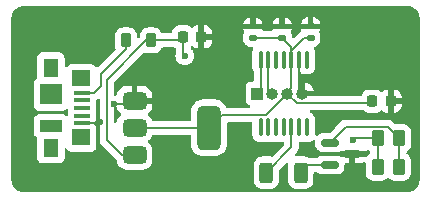
<source format=gbr>
%TF.GenerationSoftware,KiCad,Pcbnew,8.0.5*%
%TF.CreationDate,2025-01-07T00:48:21+01:00*%
%TF.ProjectId,my_Project3,6d795f50-726f-46a6-9563-74332e6b6963,rev?*%
%TF.SameCoordinates,Original*%
%TF.FileFunction,Copper,L1,Top*%
%TF.FilePolarity,Positive*%
%FSLAX46Y46*%
G04 Gerber Fmt 4.6, Leading zero omitted, Abs format (unit mm)*
G04 Created by KiCad (PCBNEW 8.0.5) date 2025-01-07 00:48:21*
%MOMM*%
%LPD*%
G01*
G04 APERTURE LIST*
G04 Aperture macros list*
%AMRoundRect*
0 Rectangle with rounded corners*
0 $1 Rounding radius*
0 $2 $3 $4 $5 $6 $7 $8 $9 X,Y pos of 4 corners*
0 Add a 4 corners polygon primitive as box body*
4,1,4,$2,$3,$4,$5,$6,$7,$8,$9,$2,$3,0*
0 Add four circle primitives for the rounded corners*
1,1,$1+$1,$2,$3*
1,1,$1+$1,$4,$5*
1,1,$1+$1,$6,$7*
1,1,$1+$1,$8,$9*
0 Add four rect primitives between the rounded corners*
20,1,$1+$1,$2,$3,$4,$5,0*
20,1,$1+$1,$4,$5,$6,$7,0*
20,1,$1+$1,$6,$7,$8,$9,0*
20,1,$1+$1,$8,$9,$2,$3,0*%
G04 Aperture macros list end*
%TA.AperFunction,ComponentPad*%
%ADD10R,1.000000X1.000000*%
%TD*%
%TA.AperFunction,ComponentPad*%
%ADD11O,1.000000X1.000000*%
%TD*%
%TA.AperFunction,SMDPad,CuDef*%
%ADD12R,1.380000X0.450000*%
%TD*%
%TA.AperFunction,SMDPad,CuDef*%
%ADD13R,1.300000X1.650000*%
%TD*%
%TA.AperFunction,SMDPad,CuDef*%
%ADD14R,1.550000X1.425000*%
%TD*%
%TA.AperFunction,SMDPad,CuDef*%
%ADD15R,1.900000X1.800000*%
%TD*%
%TA.AperFunction,SMDPad,CuDef*%
%ADD16R,1.900000X1.000000*%
%TD*%
%TA.AperFunction,SMDPad,CuDef*%
%ADD17RoundRect,0.225000X-0.225000X-0.250000X0.225000X-0.250000X0.225000X0.250000X-0.225000X0.250000X0*%
%TD*%
%TA.AperFunction,SMDPad,CuDef*%
%ADD18RoundRect,0.250000X-0.312500X-0.625000X0.312500X-0.625000X0.312500X0.625000X-0.312500X0.625000X0*%
%TD*%
%TA.AperFunction,SMDPad,CuDef*%
%ADD19RoundRect,0.150000X-0.587500X-0.150000X0.587500X-0.150000X0.587500X0.150000X-0.587500X0.150000X0*%
%TD*%
%TA.AperFunction,SMDPad,CuDef*%
%ADD20RoundRect,0.250000X-0.262500X-0.450000X0.262500X-0.450000X0.262500X0.450000X-0.262500X0.450000X0*%
%TD*%
%TA.AperFunction,SMDPad,CuDef*%
%ADD21RoundRect,0.140000X0.170000X-0.140000X0.170000X0.140000X-0.170000X0.140000X-0.170000X-0.140000X0*%
%TD*%
%TA.AperFunction,SMDPad,CuDef*%
%ADD22RoundRect,0.100000X0.100000X-0.637500X0.100000X0.637500X-0.100000X0.637500X-0.100000X-0.637500X0*%
%TD*%
%TA.AperFunction,SMDPad,CuDef*%
%ADD23RoundRect,0.218750X-0.218750X-0.381250X0.218750X-0.381250X0.218750X0.381250X-0.218750X0.381250X0*%
%TD*%
%TA.AperFunction,SMDPad,CuDef*%
%ADD24RoundRect,0.375000X-0.625000X-0.375000X0.625000X-0.375000X0.625000X0.375000X-0.625000X0.375000X0*%
%TD*%
%TA.AperFunction,SMDPad,CuDef*%
%ADD25RoundRect,0.500000X-0.500000X-1.400000X0.500000X-1.400000X0.500000X1.400000X-0.500000X1.400000X0*%
%TD*%
%TA.AperFunction,ViaPad*%
%ADD26C,0.600000*%
%TD*%
%TA.AperFunction,Conductor*%
%ADD27C,0.200000*%
%TD*%
G04 APERTURE END LIST*
D10*
%TO.P,J1,1,Pin_1*%
%TO.N,SWDCLK*%
X136180000Y-79396000D03*
D11*
%TO.P,J1,2,Pin_2*%
%TO.N,SWDIO*%
X137450000Y-79396000D03*
%TO.P,J1,3,Pin_3*%
%TO.N,+3.3V*%
X138720000Y-79396000D03*
%TO.P,J1,4,Pin_4*%
%TO.N,GND*%
X139990000Y-79396000D03*
%TD*%
D12*
%TO.P,J2,1,VBUS*%
%TO.N,Net-(J2-VBUS)*%
X121365000Y-79308500D03*
%TO.P,J2,2,D-*%
%TO.N,unconnected-(J2-D--Pad2)*%
X121365000Y-79958500D03*
%TO.P,J2,3,D+*%
%TO.N,unconnected-(J2-D+-Pad3)*%
X121365000Y-80608500D03*
%TO.P,J2,4,ID*%
%TO.N,unconnected-(J2-ID-Pad4)*%
X121365000Y-81258500D03*
%TO.P,J2,5,GND*%
%TO.N,GND*%
X121365000Y-81908500D03*
D13*
%TO.P,J2,6,Shield*%
%TO.N,unconnected-(J2-Shield-Pad6)_4*%
X118705000Y-77233500D03*
D14*
%TO.N,unconnected-(J2-Shield-Pad6)_5*%
X121280000Y-78121000D03*
D15*
%TO.N,unconnected-(J2-Shield-Pad6)_2*%
X118705000Y-79458500D03*
D16*
%TO.N,unconnected-(J2-Shield-Pad6)_3*%
X118705000Y-82158500D03*
D14*
%TO.N,unconnected-(J2-Shield-Pad6)_1*%
X121280000Y-83096000D03*
D13*
%TO.N,unconnected-(J2-Shield-Pad6)*%
X118705000Y-83983500D03*
%TD*%
D17*
%TO.P,C4,1*%
%TO.N,+5V*%
X129880000Y-74596000D03*
%TO.P,C4,2*%
%TO.N,GND*%
X131430000Y-74596000D03*
%TD*%
D18*
%TO.P,R3,1*%
%TO.N,PWM*%
X136930000Y-86096000D03*
%TO.P,R3,2*%
%TO.N,Net-(Q1-G)*%
X139855000Y-86096000D03*
%TD*%
D19*
%TO.P,Q1,1,D*%
%TO.N,Net-(Q1-D)*%
X142305000Y-83546000D03*
%TO.P,Q1,2,G*%
%TO.N,Net-(Q1-G)*%
X142305000Y-85446000D03*
%TO.P,Q1,3,S*%
%TO.N,GND*%
X144180000Y-84496000D03*
%TD*%
D17*
%TO.P,C5,1*%
%TO.N,+3.3V*%
X145915000Y-80036000D03*
%TO.P,C5,2*%
%TO.N,GND*%
X147465000Y-80036000D03*
%TD*%
D20*
%TO.P,R2,1*%
%TO.N,+5V*%
X146355000Y-85596000D03*
%TO.P,R2,2*%
%TO.N,Net-(Q1-D)*%
X148180000Y-85596000D03*
%TD*%
D21*
%TO.P,C2,1*%
%TO.N,+3.3V*%
X138280000Y-74676000D03*
%TO.P,C2,2*%
%TO.N,GND*%
X138280000Y-73716000D03*
%TD*%
%TO.P,C1,1*%
%TO.N,+3.3V*%
X135780000Y-74676000D03*
%TO.P,C1,2*%
%TO.N,GND*%
X135780000Y-73716000D03*
%TD*%
%TO.P,C3,1*%
%TO.N,+3.3V*%
X140680000Y-74676000D03*
%TO.P,C3,2*%
%TO.N,GND*%
X140680000Y-73716000D03*
%TD*%
D22*
%TO.P,U1,1,PB9*%
%TO.N,unconnected-(U1-PB9-Pad1)*%
X136463500Y-82242500D03*
%TO.P,U1,2,PC14*%
%TO.N,unconnected-(U1-PC14-Pad2)*%
X137113500Y-82242500D03*
%TO.P,U1,3,PC15*%
%TO.N,unconnected-(U1-PC15-Pad3)*%
X137763500Y-82242500D03*
%TO.P,U1,4,NRST*%
%TO.N,unconnected-(U1-NRST-Pad4)*%
X138413500Y-82242500D03*
%TO.P,U1,5,PA0*%
%TO.N,PWM*%
X139063500Y-82242500D03*
%TO.P,U1,6,PA1*%
%TO.N,unconnected-(U1-PA1-Pad6)*%
X139713500Y-82242500D03*
%TO.P,U1,7,PA4*%
%TO.N,unconnected-(U1-PA4-Pad7)*%
X140363500Y-82242500D03*
%TO.P,U1,8,PA7*%
%TO.N,unconnected-(U1-PA7-Pad8)*%
X140363500Y-76517500D03*
%TO.P,U1,9,VSS*%
%TO.N,GND*%
X139713500Y-76517500D03*
%TO.P,U1,10,VDD*%
%TO.N,+3.3V*%
X139063500Y-76517500D03*
%TO.P,U1,11,PA9*%
%TO.N,unconnected-(U1-PA9-Pad11)*%
X138413500Y-76517500D03*
%TO.P,U1,12,PA10*%
%TO.N,unconnected-(U1-PA10-Pad12)*%
X137763500Y-76517500D03*
%TO.P,U1,13,PA13*%
%TO.N,SWDIO*%
X137113500Y-76517500D03*
%TO.P,U1,14,PA14*%
%TO.N,SWDCLK*%
X136463500Y-76517500D03*
%TD*%
D20*
%TO.P,R1,1*%
%TO.N,+5V*%
X146380000Y-83196000D03*
%TO.P,R1,2*%
%TO.N,Net-(Q1-D)*%
X148205000Y-83196000D03*
%TD*%
D23*
%TO.P,FB1,1*%
%TO.N,Net-(J2-VBUS)*%
X125055000Y-74896000D03*
%TO.P,FB1,2*%
%TO.N,+5V*%
X127180000Y-74896000D03*
%TD*%
D24*
%TO.P,U2,1,GND*%
%TO.N,GND*%
X125780000Y-79996000D03*
%TO.P,U2,2,VO*%
%TO.N,+3.3V*%
X125780000Y-82296000D03*
D25*
X132080000Y-82296000D03*
D24*
%TO.P,U2,3,VI*%
%TO.N,+5V*%
X125780000Y-84596000D03*
%TD*%
D26*
%TO.N,GND*%
X122844000Y-81788000D03*
X124044000Y-80264000D03*
%TO.N,+5V*%
X144272000Y-83312000D03*
X130048000Y-76200000D03*
%TD*%
D27*
%TO.N,GND*%
X125512000Y-80264000D02*
X125780000Y-79996000D01*
X124044000Y-80264000D02*
X125512000Y-80264000D01*
X122723500Y-81908500D02*
X122844000Y-81788000D01*
X121365000Y-81908500D02*
X122723500Y-81908500D01*
%TO.N,PWM*%
X139063500Y-83962500D02*
X136930000Y-86096000D01*
X139063500Y-82242500D02*
X139063500Y-83962500D01*
%TO.N,GND*%
X139713500Y-79119500D02*
X139990000Y-79396000D01*
X139713500Y-76517500D02*
X139713500Y-79119500D01*
%TO.N,Net-(J2-VBUS)*%
X122936000Y-78740000D02*
X122367500Y-79308500D01*
X122936000Y-77724000D02*
X122936000Y-78740000D01*
X125055000Y-75605000D02*
X122936000Y-77724000D01*
X125055000Y-74896000D02*
X125055000Y-75605000D01*
X122367500Y-79308500D02*
X121365000Y-79308500D01*
%TO.N,+3.3V*%
X132080000Y-82296000D02*
X125780000Y-82296000D01*
X136911000Y-81205000D02*
X133171000Y-81205000D01*
X133171000Y-81205000D02*
X132080000Y-82296000D01*
X138720000Y-79396000D02*
X136911000Y-81205000D01*
%TO.N,SWDIO*%
X137113500Y-79059500D02*
X137450000Y-79396000D01*
X137113500Y-76517500D02*
X137113500Y-79059500D01*
%TO.N,SWDCLK*%
X136463500Y-76517500D02*
X136463500Y-79112500D01*
X136463500Y-79112500D02*
X136180000Y-79396000D01*
%TO.N,+3.3V*%
X138280000Y-74676000D02*
X135780000Y-74676000D01*
X140167501Y-74676000D02*
X140680000Y-74676000D01*
X139063500Y-75780001D02*
X140167501Y-74676000D01*
X139063500Y-76517500D02*
X139063500Y-75780001D01*
X139063500Y-75459500D02*
X138280000Y-74676000D01*
X139063500Y-76517500D02*
X139063500Y-75459500D01*
X138720000Y-79284000D02*
X139063500Y-78940500D01*
X138720000Y-79396000D02*
X138720000Y-79284000D01*
X139063500Y-78940500D02*
X139063500Y-76517500D01*
X139520000Y-80196000D02*
X138720000Y-79396000D01*
X145755000Y-80196000D02*
X139520000Y-80196000D01*
X145915000Y-80036000D02*
X145755000Y-80196000D01*
%TO.N,Net-(Q1-G)*%
X140505000Y-85446000D02*
X139855000Y-86096000D01*
X142305000Y-85446000D02*
X140505000Y-85446000D01*
%TO.N,Net-(Q1-D)*%
X143655000Y-82196000D02*
X142305000Y-83546000D01*
X147205000Y-82196000D02*
X143655000Y-82196000D01*
X148205000Y-83196000D02*
X147205000Y-82196000D01*
X148180000Y-83221000D02*
X148205000Y-83196000D01*
X148180000Y-85596000D02*
X148180000Y-83221000D01*
%TO.N,+5V*%
X146355000Y-83769000D02*
X146355000Y-85596000D01*
X146380000Y-83744000D02*
X146355000Y-83769000D01*
X146380000Y-83196000D02*
X146380000Y-83744000D01*
X144388000Y-83196000D02*
X146380000Y-83196000D01*
X144272000Y-83312000D02*
X144388000Y-83196000D01*
X129880000Y-76032000D02*
X130048000Y-76200000D01*
X129880000Y-74596000D02*
X129880000Y-76032000D01*
X124728000Y-84596000D02*
X125780000Y-84596000D01*
X123444000Y-83312000D02*
X124728000Y-84596000D01*
X123444000Y-78232000D02*
X123444000Y-83312000D01*
X126780000Y-74896000D02*
X123444000Y-78232000D01*
X127180000Y-74896000D02*
X126780000Y-74896000D01*
X129580000Y-74896000D02*
X129880000Y-74596000D01*
X127180000Y-74896000D02*
X129580000Y-74896000D01*
%TD*%
%TA.AperFunction,Conductor*%
%TO.N,GND*%
G36*
X124249703Y-80449912D02*
G01*
X124287477Y-80508690D01*
X124288835Y-80513698D01*
X124328831Y-80674523D01*
X124413390Y-80845022D01*
X124413392Y-80845025D01*
X124532630Y-80993364D01*
X124601884Y-81049031D01*
X124641803Y-81106375D01*
X124644383Y-81176197D01*
X124608805Y-81236329D01*
X124601885Y-81242326D01*
X124533610Y-81297208D01*
X124532276Y-81298280D01*
X124412969Y-81446704D01*
X124412967Y-81446707D01*
X124328360Y-81617302D01*
X124323079Y-81638539D01*
X124299541Y-81733188D01*
X124288835Y-81776236D01*
X124253552Y-81836543D01*
X124191267Y-81868201D01*
X124121753Y-81861160D01*
X124067081Y-81817654D01*
X124044609Y-81751497D01*
X124044500Y-81746309D01*
X124044500Y-80543625D01*
X124064185Y-80476586D01*
X124116989Y-80430831D01*
X124186147Y-80420887D01*
X124249703Y-80449912D01*
G37*
%TD.AperFunction*%
%TA.AperFunction,Conductor*%
G36*
X148901395Y-71976972D02*
G01*
X149062919Y-71991103D01*
X149084204Y-71994855D01*
X149235587Y-72035419D01*
X149255885Y-72042807D01*
X149375564Y-72098614D01*
X149397915Y-72109037D01*
X149416634Y-72119844D01*
X149545010Y-72209734D01*
X149561567Y-72223628D01*
X149672371Y-72334432D01*
X149686265Y-72350989D01*
X149776155Y-72479365D01*
X149786962Y-72498084D01*
X149853189Y-72640107D01*
X149860582Y-72660418D01*
X149901143Y-72811794D01*
X149904896Y-72833080D01*
X149916119Y-72961357D01*
X149918097Y-72983968D01*
X149919028Y-72994603D01*
X149919500Y-73005411D01*
X149919500Y-86710588D01*
X149919028Y-86721396D01*
X149904896Y-86882919D01*
X149901143Y-86904205D01*
X149860582Y-87055581D01*
X149853189Y-87075892D01*
X149786962Y-87217915D01*
X149776155Y-87236634D01*
X149686265Y-87365010D01*
X149672371Y-87381567D01*
X149561567Y-87492371D01*
X149545010Y-87506265D01*
X149416634Y-87596155D01*
X149397915Y-87606962D01*
X149255892Y-87673189D01*
X149235581Y-87680582D01*
X149084205Y-87721143D01*
X149062919Y-87724896D01*
X148917332Y-87737633D01*
X148901394Y-87739028D01*
X148890588Y-87739500D01*
X116389412Y-87739500D01*
X116378605Y-87739028D01*
X116360754Y-87737466D01*
X116217080Y-87724896D01*
X116195794Y-87721143D01*
X116044418Y-87680582D01*
X116024107Y-87673189D01*
X115882084Y-87606962D01*
X115863365Y-87596155D01*
X115734989Y-87506265D01*
X115718432Y-87492371D01*
X115607628Y-87381567D01*
X115593734Y-87365010D01*
X115503844Y-87236634D01*
X115493037Y-87217915D01*
X115479860Y-87189657D01*
X115426807Y-87075885D01*
X115419419Y-87055587D01*
X115378855Y-86904204D01*
X115375103Y-86882918D01*
X115367542Y-86796498D01*
X115360972Y-86721395D01*
X115360500Y-86710588D01*
X115360500Y-78510635D01*
X117254500Y-78510635D01*
X117254500Y-80406370D01*
X117254501Y-80406376D01*
X117260908Y-80465983D01*
X117311202Y-80600828D01*
X117311206Y-80600835D01*
X117397452Y-80716044D01*
X117397455Y-80716047D01*
X117512664Y-80802293D01*
X117512671Y-80802297D01*
X117647517Y-80852591D01*
X117647516Y-80852591D01*
X117654444Y-80853335D01*
X117707127Y-80859000D01*
X119702872Y-80858999D01*
X119762483Y-80852591D01*
X119897331Y-80802296D01*
X119976192Y-80743260D01*
X120041652Y-80718844D01*
X120109925Y-80733695D01*
X120159331Y-80783099D01*
X120174500Y-80842525D01*
X120174500Y-80881367D01*
X120174501Y-80881378D01*
X120178679Y-80920245D01*
X120178679Y-80946750D01*
X120174500Y-80985622D01*
X120174500Y-81174470D01*
X120154815Y-81241509D01*
X120102011Y-81287264D01*
X120032853Y-81297208D01*
X119976189Y-81273737D01*
X119964238Y-81264791D01*
X119897331Y-81214704D01*
X119897329Y-81214703D01*
X119897328Y-81214702D01*
X119762482Y-81164408D01*
X119762483Y-81164408D01*
X119702883Y-81158001D01*
X119702881Y-81158000D01*
X119702873Y-81158000D01*
X119702864Y-81158000D01*
X117707129Y-81158000D01*
X117707123Y-81158001D01*
X117647516Y-81164408D01*
X117512671Y-81214702D01*
X117512664Y-81214706D01*
X117397455Y-81300952D01*
X117397452Y-81300955D01*
X117311206Y-81416164D01*
X117311202Y-81416171D01*
X117260908Y-81551017D01*
X117254501Y-81610616D01*
X117254500Y-81610635D01*
X117254500Y-82706370D01*
X117254501Y-82706376D01*
X117260908Y-82765983D01*
X117311202Y-82900828D01*
X117311206Y-82900835D01*
X117361989Y-82968671D01*
X117397454Y-83016046D01*
X117504811Y-83096414D01*
X117546682Y-83152347D01*
X117554500Y-83195680D01*
X117554500Y-84856370D01*
X117554501Y-84856376D01*
X117560908Y-84915983D01*
X117611202Y-85050828D01*
X117611206Y-85050835D01*
X117697452Y-85166044D01*
X117697455Y-85166047D01*
X117812664Y-85252293D01*
X117812671Y-85252297D01*
X117947517Y-85302591D01*
X117947516Y-85302591D01*
X117954444Y-85303335D01*
X118007127Y-85309000D01*
X119402872Y-85308999D01*
X119462483Y-85302591D01*
X119597331Y-85252296D01*
X119712546Y-85166046D01*
X119798796Y-85050831D01*
X119849091Y-84915983D01*
X119855500Y-84856373D01*
X119855499Y-84148599D01*
X119875183Y-84081563D01*
X119927987Y-84035808D01*
X119997146Y-84025864D01*
X120060702Y-84054889D01*
X120078765Y-84074290D01*
X120096417Y-84097870D01*
X120134395Y-84148602D01*
X120147455Y-84166047D01*
X120262664Y-84252293D01*
X120262671Y-84252297D01*
X120397517Y-84302591D01*
X120397516Y-84302591D01*
X120404444Y-84303335D01*
X120457127Y-84309000D01*
X122102872Y-84308999D01*
X122162483Y-84302591D01*
X122297331Y-84252296D01*
X122412546Y-84166046D01*
X122498796Y-84050831D01*
X122549091Y-83915983D01*
X122555500Y-83856373D01*
X122555499Y-82335628D01*
X122549091Y-82276017D01*
X122549090Y-82276016D01*
X122548380Y-82269404D01*
X122548381Y-82242893D01*
X122554999Y-82181342D01*
X122555000Y-82181327D01*
X122555000Y-82133500D01*
X122554948Y-82133448D01*
X122488085Y-82113815D01*
X122455859Y-82083813D01*
X122412546Y-82025954D01*
X122412544Y-82025952D01*
X122412543Y-82025951D01*
X122407773Y-82021181D01*
X122374288Y-81959858D01*
X122379272Y-81890166D01*
X122407773Y-81845819D01*
X122412542Y-81841048D01*
X122412546Y-81841046D01*
X122471812Y-81761876D01*
X122493289Y-81733188D01*
X122541105Y-81697394D01*
X122555000Y-81683500D01*
X122555000Y-81635682D01*
X122554999Y-81635664D01*
X122551068Y-81599102D01*
X122551068Y-81572594D01*
X122555500Y-81531373D01*
X122555499Y-80985628D01*
X122555499Y-80985627D01*
X122555498Y-80985611D01*
X122551320Y-80946753D01*
X122551320Y-80920245D01*
X122555500Y-80881373D01*
X122555499Y-80335628D01*
X122555499Y-80335627D01*
X122555498Y-80335611D01*
X122551320Y-80296753D01*
X122551320Y-80270247D01*
X122555500Y-80231373D01*
X122555499Y-79964947D01*
X122575183Y-79897909D01*
X122617496Y-79857562D01*
X122657501Y-79834465D01*
X122725399Y-79817993D01*
X122791426Y-79840845D01*
X122834617Y-79895766D01*
X122843500Y-79941853D01*
X122843500Y-83225330D01*
X122843499Y-83225348D01*
X122843499Y-83391054D01*
X122843498Y-83391054D01*
X122843499Y-83391057D01*
X122884423Y-83543785D01*
X122885990Y-83546499D01*
X122885991Y-83546500D01*
X122885991Y-83546501D01*
X122963477Y-83680712D01*
X122963481Y-83680717D01*
X123082349Y-83799585D01*
X123082355Y-83799590D01*
X124243139Y-84960374D01*
X124243160Y-84960397D01*
X124243181Y-84960418D01*
X124243183Y-84960422D01*
X124250717Y-84968672D01*
X124250727Y-84968684D01*
X124248642Y-84970420D01*
X124276666Y-85021741D01*
X124279180Y-85045033D01*
X124279430Y-85045025D01*
X124279501Y-85047126D01*
X124282399Y-85089886D01*
X124282399Y-85089887D01*
X124308150Y-85193431D01*
X124321542Y-85247283D01*
X124328360Y-85274696D01*
X124412967Y-85445292D01*
X124412969Y-85445295D01*
X124532277Y-85593721D01*
X124532278Y-85593722D01*
X124680704Y-85713030D01*
X124680707Y-85713032D01*
X124851302Y-85797639D01*
X124851303Y-85797639D01*
X124851307Y-85797641D01*
X125036111Y-85843600D01*
X125078877Y-85846500D01*
X126481122Y-85846499D01*
X126523889Y-85843600D01*
X126708693Y-85797641D01*
X126879296Y-85713030D01*
X127027722Y-85593722D01*
X127147030Y-85445296D01*
X127231641Y-85274693D01*
X127277600Y-85089889D01*
X127280500Y-85047123D01*
X127280499Y-84144878D01*
X127277600Y-84102111D01*
X127231641Y-83917307D01*
X127173259Y-83799590D01*
X127147032Y-83746707D01*
X127147030Y-83746704D01*
X127027722Y-83598278D01*
X127027721Y-83598277D01*
X126958514Y-83542647D01*
X126918595Y-83485304D01*
X126916015Y-83415482D01*
X126951594Y-83355349D01*
X126958514Y-83349353D01*
X126986443Y-83326903D01*
X127027722Y-83293722D01*
X127147030Y-83145296D01*
X127171274Y-83096413D01*
X127234628Y-82968671D01*
X127236535Y-82969617D01*
X127272131Y-82921590D01*
X127337478Y-82896860D01*
X127346916Y-82896500D01*
X130455501Y-82896500D01*
X130522540Y-82916185D01*
X130568295Y-82968989D01*
X130579501Y-83020500D01*
X130579501Y-83754036D01*
X130581571Y-83777330D01*
X130590113Y-83873415D01*
X130646089Y-84069045D01*
X130646090Y-84069048D01*
X130646091Y-84069049D01*
X130740302Y-84249407D01*
X130751604Y-84263268D01*
X130868890Y-84407109D01*
X130930444Y-84457299D01*
X131026593Y-84535698D01*
X131206951Y-84629909D01*
X131402582Y-84685886D01*
X131521963Y-84696500D01*
X132638036Y-84696499D01*
X132757418Y-84685886D01*
X132953049Y-84629909D01*
X133133407Y-84535698D01*
X133291109Y-84407109D01*
X133419698Y-84249407D01*
X133513909Y-84069049D01*
X133569886Y-83873418D01*
X133580500Y-83754037D01*
X133580499Y-81929499D01*
X133600184Y-81862461D01*
X133652987Y-81816706D01*
X133704499Y-81805500D01*
X135639000Y-81805500D01*
X135706039Y-81825185D01*
X135751794Y-81877989D01*
X135763000Y-81929500D01*
X135763000Y-82919363D01*
X135778453Y-83036753D01*
X135778456Y-83036762D01*
X135838964Y-83182841D01*
X135935218Y-83308282D01*
X136060659Y-83404536D01*
X136206738Y-83465044D01*
X136324139Y-83480500D01*
X136602860Y-83480499D01*
X136602861Y-83480499D01*
X136615094Y-83478888D01*
X136720262Y-83465044D01*
X136741045Y-83456434D01*
X136810514Y-83448965D01*
X136835953Y-83456434D01*
X136856738Y-83465044D01*
X136974139Y-83480500D01*
X137252860Y-83480499D01*
X137252861Y-83480499D01*
X137265094Y-83478888D01*
X137370262Y-83465044D01*
X137391045Y-83456434D01*
X137460514Y-83448965D01*
X137485953Y-83456434D01*
X137506738Y-83465044D01*
X137624139Y-83480500D01*
X137902860Y-83480499D01*
X137902861Y-83480499D01*
X137915094Y-83478888D01*
X138020262Y-83465044D01*
X138041045Y-83456434D01*
X138110514Y-83448965D01*
X138135953Y-83456434D01*
X138156738Y-83465044D01*
X138274139Y-83480500D01*
X138339000Y-83480499D01*
X138406038Y-83500183D01*
X138451794Y-83552986D01*
X138463000Y-83604499D01*
X138463000Y-83662401D01*
X138443315Y-83729440D01*
X138426681Y-83750082D01*
X137482749Y-84694013D01*
X137421426Y-84727498D01*
X137382465Y-84729690D01*
X137292510Y-84720500D01*
X136567498Y-84720500D01*
X136567480Y-84720501D01*
X136464703Y-84731000D01*
X136464700Y-84731001D01*
X136298168Y-84786185D01*
X136298163Y-84786187D01*
X136148842Y-84878289D01*
X136024789Y-85002342D01*
X135932687Y-85151663D01*
X135932685Y-85151668D01*
X135918846Y-85193431D01*
X135877501Y-85318203D01*
X135877501Y-85318204D01*
X135877500Y-85318204D01*
X135867000Y-85420983D01*
X135867000Y-86771001D01*
X135867001Y-86771018D01*
X135877500Y-86873796D01*
X135877501Y-86873799D01*
X135932685Y-87040331D01*
X135932687Y-87040336D01*
X135954618Y-87075892D01*
X136024788Y-87189656D01*
X136148844Y-87313712D01*
X136298166Y-87405814D01*
X136464703Y-87460999D01*
X136567491Y-87471500D01*
X137292508Y-87471499D01*
X137292516Y-87471498D01*
X137292519Y-87471498D01*
X137348802Y-87465748D01*
X137395297Y-87460999D01*
X137561834Y-87405814D01*
X137711156Y-87313712D01*
X137835212Y-87189656D01*
X137927314Y-87040334D01*
X137982499Y-86873797D01*
X137993000Y-86771009D01*
X137992999Y-85933595D01*
X138012683Y-85866557D01*
X138029313Y-85845920D01*
X138583969Y-85291265D01*
X138645291Y-85257781D01*
X138714983Y-85262765D01*
X138770916Y-85304637D01*
X138795333Y-85370101D01*
X138795007Y-85391547D01*
X138792001Y-85420976D01*
X138792000Y-85420996D01*
X138792000Y-86771001D01*
X138792001Y-86771018D01*
X138802500Y-86873796D01*
X138802501Y-86873799D01*
X138857685Y-87040331D01*
X138857687Y-87040336D01*
X138879618Y-87075892D01*
X138949788Y-87189656D01*
X139073844Y-87313712D01*
X139223166Y-87405814D01*
X139389703Y-87460999D01*
X139492491Y-87471500D01*
X140217508Y-87471499D01*
X140217516Y-87471498D01*
X140217519Y-87471498D01*
X140273802Y-87465748D01*
X140320297Y-87460999D01*
X140486834Y-87405814D01*
X140636156Y-87313712D01*
X140760212Y-87189656D01*
X140852314Y-87040334D01*
X140907499Y-86873797D01*
X140918000Y-86771009D01*
X140917999Y-86170499D01*
X140937683Y-86103461D01*
X140990487Y-86057706D01*
X141041999Y-86046500D01*
X141196692Y-86046500D01*
X141263731Y-86066185D01*
X141284374Y-86082820D01*
X141315629Y-86114076D01*
X141315633Y-86114079D01*
X141315635Y-86114081D01*
X141457102Y-86197744D01*
X141498724Y-86209836D01*
X141614926Y-86243597D01*
X141614929Y-86243597D01*
X141614931Y-86243598D01*
X141651806Y-86246500D01*
X141651814Y-86246500D01*
X142958186Y-86246500D01*
X142958194Y-86246500D01*
X142995069Y-86243598D01*
X142995071Y-86243597D01*
X142995073Y-86243597D01*
X143036691Y-86231505D01*
X143152898Y-86197744D01*
X143294365Y-86114081D01*
X143410581Y-85997865D01*
X143494244Y-85856398D01*
X143540098Y-85698569D01*
X143543000Y-85661694D01*
X143543000Y-85420000D01*
X143562685Y-85352961D01*
X143615489Y-85307206D01*
X143667000Y-85296000D01*
X143930000Y-85296000D01*
X143930000Y-84746000D01*
X143274315Y-84746000D01*
X143211194Y-84728732D01*
X143156692Y-84696500D01*
X143152898Y-84694256D01*
X143152897Y-84694255D01*
X143152896Y-84694255D01*
X143152893Y-84694254D01*
X142995073Y-84648402D01*
X142995067Y-84648401D01*
X142958201Y-84645500D01*
X142958194Y-84645500D01*
X141651806Y-84645500D01*
X141651798Y-84645500D01*
X141614932Y-84648401D01*
X141614926Y-84648402D01*
X141457106Y-84694254D01*
X141457103Y-84694255D01*
X141315637Y-84777917D01*
X141315629Y-84777923D01*
X141284374Y-84809180D01*
X141223052Y-84842666D01*
X141196692Y-84845500D01*
X140618164Y-84845500D01*
X140553068Y-84827039D01*
X140486840Y-84786189D01*
X140486835Y-84786187D01*
X140486834Y-84786186D01*
X140320297Y-84731001D01*
X140320295Y-84731000D01*
X140217510Y-84720500D01*
X139492498Y-84720500D01*
X139492475Y-84720502D01*
X139463046Y-84723508D01*
X139394354Y-84710737D01*
X139343470Y-84662856D01*
X139326551Y-84595065D01*
X139348968Y-84528889D01*
X139362761Y-84512473D01*
X139544020Y-84331216D01*
X139623077Y-84194284D01*
X139664001Y-84041557D01*
X139664001Y-83883442D01*
X139664001Y-83875847D01*
X139664000Y-83875829D01*
X139664000Y-83604499D01*
X139683685Y-83537460D01*
X139736489Y-83491705D01*
X139788000Y-83480499D01*
X139852862Y-83480499D01*
X139875020Y-83477581D01*
X139970262Y-83465044D01*
X139991045Y-83456434D01*
X140060514Y-83448965D01*
X140085953Y-83456434D01*
X140106738Y-83465044D01*
X140224139Y-83480500D01*
X140502860Y-83480499D01*
X140502863Y-83480499D01*
X140620253Y-83465046D01*
X140620257Y-83465044D01*
X140620262Y-83465044D01*
X140766341Y-83404536D01*
X140867516Y-83326901D01*
X140932682Y-83301709D01*
X141001127Y-83315747D01*
X141051117Y-83364561D01*
X141067000Y-83425279D01*
X141067000Y-83761701D01*
X141069901Y-83798567D01*
X141069902Y-83798573D01*
X141115754Y-83956393D01*
X141115755Y-83956396D01*
X141199417Y-84097862D01*
X141199423Y-84097870D01*
X141315629Y-84214076D01*
X141315633Y-84214079D01*
X141315635Y-84214081D01*
X141457102Y-84297744D01*
X141478222Y-84303880D01*
X141614926Y-84343597D01*
X141614929Y-84343597D01*
X141614931Y-84343598D01*
X141651806Y-84346500D01*
X141651814Y-84346500D01*
X142958186Y-84346500D01*
X142958194Y-84346500D01*
X142995069Y-84343598D01*
X142995071Y-84343597D01*
X142995073Y-84343597D01*
X143061647Y-84324255D01*
X143152898Y-84297744D01*
X143211194Y-84263268D01*
X143274315Y-84246000D01*
X145414794Y-84246000D01*
X145443178Y-84215294D01*
X145503139Y-84179427D01*
X145572973Y-84181671D01*
X145621916Y-84211784D01*
X145648844Y-84238712D01*
X145695596Y-84267548D01*
X145742320Y-84319494D01*
X145754500Y-84373087D01*
X145754500Y-84403491D01*
X145734815Y-84470530D01*
X145695598Y-84509029D01*
X145623844Y-84553287D01*
X145499787Y-84677344D01*
X145493773Y-84687096D01*
X145441826Y-84733821D01*
X145388234Y-84746000D01*
X144430000Y-84746000D01*
X144430000Y-85296000D01*
X144833134Y-85296000D01*
X144833149Y-85295999D01*
X144869989Y-85293100D01*
X144869995Y-85293099D01*
X145027693Y-85247283D01*
X145027696Y-85247282D01*
X145154879Y-85172067D01*
X145222603Y-85154884D01*
X145288865Y-85177044D01*
X145332629Y-85231510D01*
X145342000Y-85278799D01*
X145342000Y-86096001D01*
X145342001Y-86096019D01*
X145352500Y-86198796D01*
X145352501Y-86198799D01*
X145368308Y-86246500D01*
X145407686Y-86365334D01*
X145499788Y-86514656D01*
X145623844Y-86638712D01*
X145773166Y-86730814D01*
X145939703Y-86785999D01*
X146042491Y-86796500D01*
X146667508Y-86796499D01*
X146667516Y-86796498D01*
X146667519Y-86796498D01*
X146723802Y-86790748D01*
X146770297Y-86785999D01*
X146936834Y-86730814D01*
X147086156Y-86638712D01*
X147179819Y-86545049D01*
X147241142Y-86511564D01*
X147310834Y-86516548D01*
X147355181Y-86545049D01*
X147448844Y-86638712D01*
X147598166Y-86730814D01*
X147764703Y-86785999D01*
X147867491Y-86796500D01*
X148492508Y-86796499D01*
X148492516Y-86796498D01*
X148492519Y-86796498D01*
X148548802Y-86790748D01*
X148595297Y-86785999D01*
X148761834Y-86730814D01*
X148911156Y-86638712D01*
X149035212Y-86514656D01*
X149127314Y-86365334D01*
X149182499Y-86198797D01*
X149193000Y-86096009D01*
X149192999Y-85095992D01*
X149192375Y-85089887D01*
X149182499Y-84993203D01*
X149182498Y-84993200D01*
X149171628Y-84960397D01*
X149127314Y-84826666D01*
X149035212Y-84677344D01*
X148911156Y-84553288D01*
X148911152Y-84553285D01*
X148839756Y-84509247D01*
X148793031Y-84457299D01*
X148781810Y-84388337D01*
X148809653Y-84324255D01*
X148839752Y-84298173D01*
X148936156Y-84238712D01*
X149060212Y-84114656D01*
X149152314Y-83965334D01*
X149207499Y-83798797D01*
X149218000Y-83696009D01*
X149217999Y-82695992D01*
X149207499Y-82593203D01*
X149152314Y-82426666D01*
X149060212Y-82277344D01*
X148936156Y-82153288D01*
X148786834Y-82061186D01*
X148620297Y-82006001D01*
X148620295Y-82006000D01*
X148517516Y-81995500D01*
X147905097Y-81995500D01*
X147838058Y-81975815D01*
X147817416Y-81959181D01*
X147692590Y-81834355D01*
X147692588Y-81834352D01*
X147573717Y-81715481D01*
X147573716Y-81715480D01*
X147486904Y-81665360D01*
X147486904Y-81665359D01*
X147486900Y-81665358D01*
X147436785Y-81636423D01*
X147284057Y-81595499D01*
X147125943Y-81595499D01*
X147118347Y-81595499D01*
X147118331Y-81595500D01*
X143734057Y-81595500D01*
X143575942Y-81595500D01*
X143423215Y-81636423D01*
X143423214Y-81636423D01*
X143423212Y-81636424D01*
X143423209Y-81636425D01*
X143373096Y-81665359D01*
X143373095Y-81665360D01*
X143340300Y-81684294D01*
X143286285Y-81715479D01*
X143286282Y-81715481D01*
X143225528Y-81776236D01*
X143174480Y-81827284D01*
X143174478Y-81827286D01*
X142724421Y-82277344D01*
X142292584Y-82709181D01*
X142231261Y-82742666D01*
X142204903Y-82745500D01*
X141651798Y-82745500D01*
X141614932Y-82748401D01*
X141614926Y-82748402D01*
X141457106Y-82794254D01*
X141457103Y-82794255D01*
X141315637Y-82877917D01*
X141315628Y-82877924D01*
X141275679Y-82917873D01*
X141214356Y-82951358D01*
X141144664Y-82946372D01*
X141088731Y-82904500D01*
X141064315Y-82839036D01*
X141063999Y-82830217D01*
X141063999Y-81565640D01*
X141063999Y-81565636D01*
X141048546Y-81448246D01*
X141048544Y-81448241D01*
X141048544Y-81448238D01*
X140988036Y-81302159D01*
X140891782Y-81176718D01*
X140766341Y-81080464D01*
X140656727Y-81035060D01*
X140602325Y-80991220D01*
X140580260Y-80924926D01*
X140597539Y-80857227D01*
X140648676Y-80809616D01*
X140704181Y-80796500D01*
X145123126Y-80796500D01*
X145190165Y-80816185D01*
X145210807Y-80832819D01*
X145236955Y-80858967D01*
X145236959Y-80858970D01*
X145381294Y-80947998D01*
X145381297Y-80947999D01*
X145381303Y-80948003D01*
X145542292Y-81001349D01*
X145641655Y-81011500D01*
X146188344Y-81011499D01*
X146188352Y-81011498D01*
X146188355Y-81011498D01*
X146266631Y-81003502D01*
X146287708Y-81001349D01*
X146448697Y-80948003D01*
X146593044Y-80858968D01*
X146602668Y-80849343D01*
X146663987Y-80815856D01*
X146733679Y-80820835D01*
X146778034Y-80849339D01*
X146787267Y-80858572D01*
X146787271Y-80858575D01*
X146931507Y-80947542D01*
X146931518Y-80947547D01*
X147092393Y-81000855D01*
X147191683Y-81010999D01*
X147715000Y-81010999D01*
X147738308Y-81010999D01*
X147738322Y-81010998D01*
X147837607Y-81000855D01*
X147998481Y-80947547D01*
X147998492Y-80947542D01*
X148142728Y-80858575D01*
X148142732Y-80858572D01*
X148262572Y-80738732D01*
X148262575Y-80738728D01*
X148351542Y-80594492D01*
X148351547Y-80594481D01*
X148404855Y-80433606D01*
X148414999Y-80334322D01*
X148415000Y-80334309D01*
X148415000Y-80286000D01*
X147715000Y-80286000D01*
X147715000Y-81010999D01*
X147191683Y-81010999D01*
X147215000Y-81010998D01*
X147215000Y-79786000D01*
X147715000Y-79786000D01*
X148414999Y-79786000D01*
X148414999Y-79737692D01*
X148414998Y-79737677D01*
X148404855Y-79638392D01*
X148351547Y-79477518D01*
X148351542Y-79477507D01*
X148262575Y-79333271D01*
X148262572Y-79333267D01*
X148142732Y-79213427D01*
X148142728Y-79213424D01*
X147998492Y-79124457D01*
X147998481Y-79124452D01*
X147837606Y-79071144D01*
X147738322Y-79061000D01*
X147715000Y-79061000D01*
X147715000Y-79786000D01*
X147215000Y-79786000D01*
X147215000Y-79060999D01*
X147191693Y-79061000D01*
X147191674Y-79061001D01*
X147092392Y-79071144D01*
X146931518Y-79124452D01*
X146931507Y-79124457D01*
X146787271Y-79213424D01*
X146787265Y-79213428D01*
X146778031Y-79222663D01*
X146716707Y-79256146D01*
X146647015Y-79251159D01*
X146602672Y-79222660D01*
X146593044Y-79213032D01*
X146593040Y-79213029D01*
X146448705Y-79124001D01*
X146448699Y-79123998D01*
X146448697Y-79123997D01*
X146448694Y-79123996D01*
X146287709Y-79070651D01*
X146188346Y-79060500D01*
X145641662Y-79060500D01*
X145641644Y-79060501D01*
X145542292Y-79070650D01*
X145542289Y-79070651D01*
X145381305Y-79123996D01*
X145381294Y-79124001D01*
X145236959Y-79213029D01*
X145236955Y-79213032D01*
X145117032Y-79332955D01*
X145117029Y-79332959D01*
X145028001Y-79477294D01*
X145027995Y-79477307D01*
X145016996Y-79510503D01*
X144977224Y-79567948D01*
X144912708Y-79594772D01*
X144899290Y-79595500D01*
X140250095Y-79595500D01*
X140292851Y-79521445D01*
X140315000Y-79438787D01*
X140315000Y-79353213D01*
X140292851Y-79270555D01*
X140250064Y-79196446D01*
X140199618Y-79146000D01*
X140240000Y-79146000D01*
X140959160Y-79146000D01*
X140959160Y-79145999D01*
X140918347Y-79011458D01*
X140825496Y-78837746D01*
X140825492Y-78837739D01*
X140700528Y-78685471D01*
X140548260Y-78560507D01*
X140548253Y-78560503D01*
X140374541Y-78467652D01*
X140240000Y-78426839D01*
X140240000Y-79146000D01*
X140199618Y-79146000D01*
X140189554Y-79135936D01*
X140115445Y-79093149D01*
X140032787Y-79071000D01*
X139947213Y-79071000D01*
X139864555Y-79093149D01*
X139790446Y-79135936D01*
X139740000Y-79186382D01*
X139740000Y-78426838D01*
X139714133Y-78407654D01*
X139672013Y-78351908D01*
X139664000Y-78308057D01*
X139664000Y-77703348D01*
X139683685Y-77636309D01*
X139736489Y-77590554D01*
X139805647Y-77580610D01*
X139863482Y-77604970D01*
X139864989Y-77606126D01*
X139906189Y-77662552D01*
X139913500Y-77704499D01*
X139913500Y-77747010D01*
X139970131Y-77739555D01*
X139990387Y-77731165D01*
X140059856Y-77723693D01*
X140085298Y-77731163D01*
X140106738Y-77740044D01*
X140224139Y-77755500D01*
X140502860Y-77755499D01*
X140502863Y-77755499D01*
X140620253Y-77740046D01*
X140620257Y-77740044D01*
X140620262Y-77740044D01*
X140766341Y-77679536D01*
X140891782Y-77583282D01*
X140988036Y-77457841D01*
X141048544Y-77311762D01*
X141064000Y-77194361D01*
X141063999Y-75840640D01*
X141063999Y-75840639D01*
X141063999Y-75840636D01*
X141048546Y-75723246D01*
X141048544Y-75723239D01*
X141048544Y-75723238D01*
X140991369Y-75585207D01*
X140983901Y-75515740D01*
X141015176Y-75453260D01*
X141071335Y-75418679D01*
X141106395Y-75408494D01*
X141245687Y-75326117D01*
X141360117Y-75211687D01*
X141442494Y-75072395D01*
X141487643Y-74916993D01*
X141490500Y-74880690D01*
X141490500Y-74471310D01*
X141487643Y-74435007D01*
X141442494Y-74279605D01*
X141430089Y-74258630D01*
X141412906Y-74190909D01*
X141430091Y-74132384D01*
X141442032Y-74112194D01*
X141484504Y-73966000D01*
X141178352Y-73966000D01*
X141115233Y-73948732D01*
X141106395Y-73943506D01*
X141106393Y-73943505D01*
X141106389Y-73943503D01*
X140950997Y-73898357D01*
X140950991Y-73898356D01*
X140914697Y-73895500D01*
X140914690Y-73895500D01*
X140445310Y-73895500D01*
X140445302Y-73895500D01*
X140409008Y-73898356D01*
X140409002Y-73898357D01*
X140253610Y-73943503D01*
X140253605Y-73943506D01*
X140244766Y-73948732D01*
X140181648Y-73966000D01*
X139875496Y-73966000D01*
X139894444Y-74031223D01*
X139894244Y-74101092D01*
X139856301Y-74159762D01*
X139837367Y-74173204D01*
X139798788Y-74195477D01*
X139798783Y-74195481D01*
X139311431Y-74682834D01*
X139250108Y-74716319D01*
X139180416Y-74711335D01*
X139136069Y-74682834D01*
X139126819Y-74673584D01*
X139093334Y-74612261D01*
X139090500Y-74585903D01*
X139090500Y-74471317D01*
X139090499Y-74471302D01*
X139090147Y-74466831D01*
X139087643Y-74435007D01*
X139042494Y-74279605D01*
X139030089Y-74258630D01*
X139012906Y-74190909D01*
X139030091Y-74132384D01*
X139042032Y-74112194D01*
X139084504Y-73966000D01*
X138778352Y-73966000D01*
X138715233Y-73948732D01*
X138706395Y-73943506D01*
X138706393Y-73943505D01*
X138706389Y-73943503D01*
X138550997Y-73898357D01*
X138550991Y-73898356D01*
X138514697Y-73895500D01*
X138514690Y-73895500D01*
X138045310Y-73895500D01*
X138045302Y-73895500D01*
X138009008Y-73898356D01*
X138009002Y-73898357D01*
X137853610Y-73943503D01*
X137853605Y-73943506D01*
X137844766Y-73948732D01*
X137781648Y-73966000D01*
X137475495Y-73966000D01*
X137461037Y-73985255D01*
X137461033Y-73986774D01*
X137423091Y-74045444D01*
X137359453Y-74074288D01*
X137342156Y-74075500D01*
X136717844Y-74075500D01*
X136650805Y-74055815D01*
X136605050Y-74003011D01*
X136603334Y-73991078D01*
X136584505Y-73966000D01*
X136278352Y-73966000D01*
X136215233Y-73948732D01*
X136206395Y-73943506D01*
X136206393Y-73943505D01*
X136206389Y-73943503D01*
X136050997Y-73898357D01*
X136050991Y-73898356D01*
X136014697Y-73895500D01*
X136014690Y-73895500D01*
X135545310Y-73895500D01*
X135545302Y-73895500D01*
X135509008Y-73898356D01*
X135509002Y-73898357D01*
X135353610Y-73943503D01*
X135353605Y-73943506D01*
X135344766Y-73948732D01*
X135281648Y-73966000D01*
X134975496Y-73966000D01*
X135017968Y-74112194D01*
X135029911Y-74132389D01*
X135047092Y-74200113D01*
X135029911Y-74258628D01*
X135017506Y-74279604D01*
X135017504Y-74279609D01*
X134972357Y-74435002D01*
X134972356Y-74435008D01*
X134969500Y-74471302D01*
X134969500Y-74880697D01*
X134972356Y-74916991D01*
X134972357Y-74916997D01*
X135017504Y-75072390D01*
X135017505Y-75072393D01*
X135099881Y-75211684D01*
X135099887Y-75211692D01*
X135214307Y-75326112D01*
X135214311Y-75326115D01*
X135214313Y-75326117D01*
X135353605Y-75408494D01*
X135388293Y-75418572D01*
X135509002Y-75453642D01*
X135509005Y-75453642D01*
X135509007Y-75453643D01*
X135545310Y-75456500D01*
X135703363Y-75456500D01*
X135770402Y-75476185D01*
X135816157Y-75528989D01*
X135826101Y-75598147D01*
X135817924Y-75627952D01*
X135778457Y-75723234D01*
X135778455Y-75723239D01*
X135763001Y-75840629D01*
X135763001Y-75840636D01*
X135763000Y-75840645D01*
X135763000Y-77194363D01*
X135778453Y-77311753D01*
X135778457Y-77311765D01*
X135838961Y-77457836D01*
X135843026Y-77464876D01*
X135841283Y-77465882D01*
X135862569Y-77520932D01*
X135863000Y-77531257D01*
X135863000Y-78271500D01*
X135843315Y-78338539D01*
X135790511Y-78384294D01*
X135739001Y-78395500D01*
X135632130Y-78395500D01*
X135632123Y-78395501D01*
X135572516Y-78401908D01*
X135437671Y-78452202D01*
X135437664Y-78452206D01*
X135322455Y-78538452D01*
X135322452Y-78538455D01*
X135236206Y-78653664D01*
X135236202Y-78653671D01*
X135185908Y-78788517D01*
X135179501Y-78848116D01*
X135179500Y-78848135D01*
X135179500Y-79943870D01*
X135179501Y-79943876D01*
X135185908Y-80003483D01*
X135236202Y-80138328D01*
X135236206Y-80138335D01*
X135322452Y-80253544D01*
X135322455Y-80253547D01*
X135437664Y-80339793D01*
X135437671Y-80339797D01*
X135503415Y-80364318D01*
X135559349Y-80406189D01*
X135583766Y-80471653D01*
X135568915Y-80539926D01*
X135519509Y-80589332D01*
X135460082Y-80604500D01*
X133630479Y-80604500D01*
X133563440Y-80584815D01*
X133517685Y-80532011D01*
X133515329Y-80526506D01*
X133513911Y-80522958D01*
X133513909Y-80522951D01*
X133419698Y-80342593D01*
X133395958Y-80313479D01*
X133291109Y-80184890D01*
X133133409Y-80056304D01*
X133133410Y-80056304D01*
X133133407Y-80056302D01*
X132953049Y-79962091D01*
X132953048Y-79962090D01*
X132953045Y-79962089D01*
X132835829Y-79928550D01*
X132757418Y-79906114D01*
X132757415Y-79906113D01*
X132757413Y-79906113D01*
X132691102Y-79900217D01*
X132638037Y-79895500D01*
X132638032Y-79895500D01*
X131521971Y-79895500D01*
X131521965Y-79895500D01*
X131521964Y-79895501D01*
X131510316Y-79896536D01*
X131402584Y-79906113D01*
X131206954Y-79962089D01*
X131127710Y-80003483D01*
X131026593Y-80056302D01*
X131026591Y-80056303D01*
X131026590Y-80056304D01*
X130868890Y-80184890D01*
X130740304Y-80342590D01*
X130740302Y-80342593D01*
X130709615Y-80401340D01*
X130646089Y-80522954D01*
X130602721Y-80674523D01*
X130590840Y-80716047D01*
X130590114Y-80718583D01*
X130590113Y-80718586D01*
X130584886Y-80777379D01*
X130579958Y-80832819D01*
X130579500Y-80837966D01*
X130579500Y-81571500D01*
X130559815Y-81638539D01*
X130507011Y-81684294D01*
X130455500Y-81695500D01*
X127346916Y-81695500D01*
X127279877Y-81675815D01*
X127234122Y-81623011D01*
X127232425Y-81618887D01*
X127147032Y-81446707D01*
X127147030Y-81446704D01*
X127027724Y-81298280D01*
X127027722Y-81298278D01*
X126958112Y-81242324D01*
X126918196Y-81184985D01*
X126915616Y-81115163D01*
X126951194Y-81055030D01*
X126958115Y-81049033D01*
X127027366Y-80993367D01*
X127027367Y-80993366D01*
X127146607Y-80845025D01*
X127146609Y-80845022D01*
X127231168Y-80674523D01*
X127277102Y-80489824D01*
X127280000Y-80447096D01*
X127280000Y-80246000D01*
X125654000Y-80246000D01*
X125586961Y-80226315D01*
X125541206Y-80173511D01*
X125530000Y-80122000D01*
X125530000Y-79746000D01*
X126030000Y-79746000D01*
X127280000Y-79746000D01*
X127280000Y-79544903D01*
X127277102Y-79502175D01*
X127231168Y-79317476D01*
X127146609Y-79146977D01*
X127146607Y-79146974D01*
X127027367Y-78998633D01*
X127027366Y-78998632D01*
X126879025Y-78879392D01*
X126879022Y-78879390D01*
X126708523Y-78794831D01*
X126523824Y-78748897D01*
X126481097Y-78746000D01*
X126030000Y-78746000D01*
X126030000Y-79746000D01*
X125530000Y-79746000D01*
X125530000Y-78746000D01*
X125078903Y-78746000D01*
X125036175Y-78748897D01*
X124851476Y-78794831D01*
X124680977Y-78879390D01*
X124680974Y-78879392D01*
X124532633Y-78998632D01*
X124532632Y-78998633D01*
X124413392Y-79146974D01*
X124413390Y-79146977D01*
X124328831Y-79317476D01*
X124288835Y-79478301D01*
X124253552Y-79538608D01*
X124191266Y-79570266D01*
X124121753Y-79563225D01*
X124067081Y-79519719D01*
X124044609Y-79453562D01*
X124044500Y-79448374D01*
X124044500Y-78532096D01*
X124064185Y-78465057D01*
X124080814Y-78444420D01*
X126553415Y-75971818D01*
X126614736Y-75938335D01*
X126680097Y-75941794D01*
X126814815Y-75986436D01*
X126913326Y-75996500D01*
X126913331Y-75996500D01*
X127446669Y-75996500D01*
X127446674Y-75996500D01*
X127545185Y-75986436D01*
X127704787Y-75933549D01*
X127847891Y-75845281D01*
X127966781Y-75726391D01*
X128055049Y-75583287D01*
X128055642Y-75581494D01*
X128056380Y-75580428D01*
X128058099Y-75576744D01*
X128058728Y-75577037D01*
X128095415Y-75524051D01*
X128159930Y-75497228D01*
X128173348Y-75496500D01*
X129155500Y-75496500D01*
X129222539Y-75516185D01*
X129268294Y-75568989D01*
X129279500Y-75620500D01*
X129279500Y-75945330D01*
X129279499Y-75945348D01*
X129279499Y-75951472D01*
X129278996Y-75954431D01*
X129278742Y-75959024D01*
X129278741Y-75959033D01*
X129278224Y-75958975D01*
X129272541Y-75992426D01*
X129262631Y-76020747D01*
X129242435Y-76199996D01*
X129242435Y-76200003D01*
X129262630Y-76379249D01*
X129262631Y-76379254D01*
X129322211Y-76549523D01*
X129418184Y-76702262D01*
X129545738Y-76829816D01*
X129636080Y-76886582D01*
X129670168Y-76908001D01*
X129698478Y-76925789D01*
X129868745Y-76985368D01*
X129868750Y-76985369D01*
X130047996Y-77005565D01*
X130048000Y-77005565D01*
X130048004Y-77005565D01*
X130227249Y-76985369D01*
X130227252Y-76985368D01*
X130227255Y-76985368D01*
X130397522Y-76925789D01*
X130550262Y-76829816D01*
X130677816Y-76702262D01*
X130773789Y-76549522D01*
X130833368Y-76379255D01*
X130835467Y-76360627D01*
X130853565Y-76200003D01*
X130853565Y-76199996D01*
X130833369Y-76020750D01*
X130833368Y-76020745D01*
X130773788Y-75850476D01*
X130695817Y-75726387D01*
X130677816Y-75697738D01*
X130566226Y-75586148D01*
X130532741Y-75524825D01*
X130537725Y-75455133D01*
X130566193Y-75410818D01*
X130567645Y-75409366D01*
X130628953Y-75375863D01*
X130698646Y-75380823D01*
X130743034Y-75409339D01*
X130752267Y-75418572D01*
X130752271Y-75418575D01*
X130896507Y-75507542D01*
X130896518Y-75507547D01*
X131057393Y-75560855D01*
X131156683Y-75570999D01*
X131680000Y-75570999D01*
X131703308Y-75570999D01*
X131703322Y-75570998D01*
X131802607Y-75560855D01*
X131963481Y-75507547D01*
X131963492Y-75507542D01*
X132107728Y-75418575D01*
X132107732Y-75418572D01*
X132227572Y-75298732D01*
X132227575Y-75298728D01*
X132316542Y-75154492D01*
X132316547Y-75154481D01*
X132369855Y-74993606D01*
X132379999Y-74894322D01*
X132380000Y-74894309D01*
X132380000Y-74846000D01*
X131680000Y-74846000D01*
X131680000Y-75570999D01*
X131156683Y-75570999D01*
X131180000Y-75570998D01*
X131180000Y-74346000D01*
X131680000Y-74346000D01*
X132379999Y-74346000D01*
X132379999Y-74297692D01*
X132379998Y-74297677D01*
X132369855Y-74198392D01*
X132316547Y-74037518D01*
X132316542Y-74037507D01*
X132227575Y-73893271D01*
X132227572Y-73893267D01*
X132107732Y-73773427D01*
X132107728Y-73773424D01*
X131963492Y-73684457D01*
X131963481Y-73684452D01*
X131802606Y-73631144D01*
X131703322Y-73621000D01*
X131680000Y-73621000D01*
X131680000Y-74346000D01*
X131180000Y-74346000D01*
X131180000Y-73620999D01*
X131156693Y-73621000D01*
X131156674Y-73621001D01*
X131057392Y-73631144D01*
X130896518Y-73684452D01*
X130896507Y-73684457D01*
X130752271Y-73773424D01*
X130752265Y-73773428D01*
X130743031Y-73782663D01*
X130681707Y-73816146D01*
X130612015Y-73811159D01*
X130567672Y-73782660D01*
X130558044Y-73773032D01*
X130558040Y-73773029D01*
X130413705Y-73684001D01*
X130413699Y-73683998D01*
X130413697Y-73683997D01*
X130413694Y-73683996D01*
X130252709Y-73630651D01*
X130153346Y-73620500D01*
X129606662Y-73620500D01*
X129606644Y-73620501D01*
X129507292Y-73630650D01*
X129507289Y-73630651D01*
X129346305Y-73683996D01*
X129346294Y-73684001D01*
X129201959Y-73773029D01*
X129201955Y-73773032D01*
X129082032Y-73892955D01*
X129082029Y-73892959D01*
X128993001Y-74037294D01*
X128992996Y-74037305D01*
X128937521Y-74204719D01*
X128936141Y-74204261D01*
X128906554Y-74258885D01*
X128845344Y-74292576D01*
X128818577Y-74295500D01*
X128173348Y-74295500D01*
X128106309Y-74275815D01*
X128060554Y-74223011D01*
X128055642Y-74210504D01*
X128055049Y-74208713D01*
X128055045Y-74208707D01*
X128055044Y-74208704D01*
X127966783Y-74065612D01*
X127966780Y-74065608D01*
X127847891Y-73946719D01*
X127847887Y-73946716D01*
X127704795Y-73858455D01*
X127704789Y-73858452D01*
X127704787Y-73858451D01*
X127545185Y-73805564D01*
X127545183Y-73805563D01*
X127446681Y-73795500D01*
X127446674Y-73795500D01*
X126913326Y-73795500D01*
X126913318Y-73795500D01*
X126814816Y-73805563D01*
X126814815Y-73805564D01*
X126782881Y-73816146D01*
X126655215Y-73858450D01*
X126655204Y-73858455D01*
X126512112Y-73946716D01*
X126512108Y-73946719D01*
X126393219Y-74065608D01*
X126393216Y-74065612D01*
X126304955Y-74208704D01*
X126304950Y-74208715D01*
X126281460Y-74279604D01*
X126252064Y-74368315D01*
X126252064Y-74368316D01*
X126252063Y-74368316D01*
X126242000Y-74466818D01*
X126242000Y-74533403D01*
X126222315Y-74600442D01*
X126205681Y-74621084D01*
X126204681Y-74622084D01*
X126143358Y-74655569D01*
X126073666Y-74650585D01*
X126017733Y-74608713D01*
X125993316Y-74543249D01*
X125993000Y-74534403D01*
X125993000Y-74466831D01*
X125992999Y-74466818D01*
X125982936Y-74368316D01*
X125982936Y-74368315D01*
X125930049Y-74208713D01*
X125930045Y-74208707D01*
X125930044Y-74208704D01*
X125841783Y-74065612D01*
X125841780Y-74065608D01*
X125722891Y-73946719D01*
X125722887Y-73946716D01*
X125579795Y-73858455D01*
X125579789Y-73858452D01*
X125579787Y-73858451D01*
X125420185Y-73805564D01*
X125420183Y-73805563D01*
X125321681Y-73795500D01*
X125321674Y-73795500D01*
X124788326Y-73795500D01*
X124788318Y-73795500D01*
X124689816Y-73805563D01*
X124689815Y-73805564D01*
X124657881Y-73816146D01*
X124530215Y-73858450D01*
X124530204Y-73858455D01*
X124387112Y-73946716D01*
X124387108Y-73946719D01*
X124268219Y-74065608D01*
X124268216Y-74065612D01*
X124179955Y-74208704D01*
X124179950Y-74208715D01*
X124156460Y-74279604D01*
X124127064Y-74368315D01*
X124127064Y-74368316D01*
X124127063Y-74368316D01*
X124117000Y-74466818D01*
X124117000Y-75325181D01*
X124127063Y-75423683D01*
X124137938Y-75456500D01*
X124161958Y-75528989D01*
X124167722Y-75546381D01*
X124170124Y-75616209D01*
X124137697Y-75673066D01*
X122662403Y-77148360D01*
X122601080Y-77181845D01*
X122531388Y-77176861D01*
X122475456Y-77134990D01*
X122412547Y-77050955D01*
X122412544Y-77050952D01*
X122297335Y-76964706D01*
X122297328Y-76964702D01*
X122162482Y-76914408D01*
X122162483Y-76914408D01*
X122102883Y-76908001D01*
X122102881Y-76908000D01*
X122102873Y-76908000D01*
X122102864Y-76908000D01*
X120457129Y-76908000D01*
X120457123Y-76908001D01*
X120397516Y-76914408D01*
X120262671Y-76964702D01*
X120262664Y-76964706D01*
X120147455Y-77050952D01*
X120078765Y-77142710D01*
X120022831Y-77184580D01*
X119953139Y-77189564D01*
X119891817Y-77156078D01*
X119858332Y-77094755D01*
X119855499Y-77068398D01*
X119855499Y-76360629D01*
X119855498Y-76360623D01*
X119855497Y-76360616D01*
X119849091Y-76301017D01*
X119811415Y-76200003D01*
X119798797Y-76166171D01*
X119798793Y-76166164D01*
X119712547Y-76050955D01*
X119712544Y-76050952D01*
X119597335Y-75964706D01*
X119597328Y-75964702D01*
X119462482Y-75914408D01*
X119462483Y-75914408D01*
X119402883Y-75908001D01*
X119402881Y-75908000D01*
X119402873Y-75908000D01*
X119402864Y-75908000D01*
X118007129Y-75908000D01*
X118007123Y-75908001D01*
X117947516Y-75914408D01*
X117812671Y-75964702D01*
X117812664Y-75964706D01*
X117697455Y-76050952D01*
X117697452Y-76050955D01*
X117611206Y-76166164D01*
X117611202Y-76166171D01*
X117560908Y-76301017D01*
X117554501Y-76360616D01*
X117554501Y-76360623D01*
X117554500Y-76360635D01*
X117554500Y-78021319D01*
X117534815Y-78088358D01*
X117504812Y-78120585D01*
X117397452Y-78200955D01*
X117311206Y-78316164D01*
X117311202Y-78316171D01*
X117260908Y-78451017D01*
X117254501Y-78510616D01*
X117254500Y-78510635D01*
X115360500Y-78510635D01*
X115360500Y-73466000D01*
X134975496Y-73466000D01*
X135530000Y-73466000D01*
X136030000Y-73466000D01*
X136584504Y-73466000D01*
X137475496Y-73466000D01*
X138030000Y-73466000D01*
X138530000Y-73466000D01*
X139084504Y-73466000D01*
X139875496Y-73466000D01*
X140430000Y-73466000D01*
X140930000Y-73466000D01*
X141484504Y-73466000D01*
X141442031Y-73319804D01*
X141359721Y-73180625D01*
X141359714Y-73180616D01*
X141245383Y-73066285D01*
X141245374Y-73066278D01*
X141106195Y-72983968D01*
X141106190Y-72983966D01*
X140950918Y-72938855D01*
X140950912Y-72938854D01*
X140930000Y-72937209D01*
X140930000Y-73466000D01*
X140430000Y-73466000D01*
X140430000Y-72937210D01*
X140429999Y-72937209D01*
X140409087Y-72938854D01*
X140409081Y-72938855D01*
X140253809Y-72983966D01*
X140253804Y-72983968D01*
X140114625Y-73066278D01*
X140114616Y-73066285D01*
X140000285Y-73180616D01*
X140000278Y-73180625D01*
X139917968Y-73319804D01*
X139875496Y-73466000D01*
X139084504Y-73466000D01*
X139042031Y-73319804D01*
X138959721Y-73180625D01*
X138959714Y-73180616D01*
X138845383Y-73066285D01*
X138845374Y-73066278D01*
X138706195Y-72983968D01*
X138706190Y-72983966D01*
X138550918Y-72938855D01*
X138550912Y-72938854D01*
X138530000Y-72937209D01*
X138530000Y-73466000D01*
X138030000Y-73466000D01*
X138030000Y-72937210D01*
X138029999Y-72937209D01*
X138009087Y-72938854D01*
X138009081Y-72938855D01*
X137853809Y-72983966D01*
X137853804Y-72983968D01*
X137714625Y-73066278D01*
X137714616Y-73066285D01*
X137600285Y-73180616D01*
X137600278Y-73180625D01*
X137517968Y-73319804D01*
X137475496Y-73466000D01*
X136584504Y-73466000D01*
X136542031Y-73319804D01*
X136459721Y-73180625D01*
X136459714Y-73180616D01*
X136345383Y-73066285D01*
X136345374Y-73066278D01*
X136206195Y-72983968D01*
X136206190Y-72983966D01*
X136050918Y-72938855D01*
X136050912Y-72938854D01*
X136030000Y-72937209D01*
X136030000Y-73466000D01*
X135530000Y-73466000D01*
X135530000Y-72937210D01*
X135529999Y-72937209D01*
X135509087Y-72938854D01*
X135509081Y-72938855D01*
X135353809Y-72983966D01*
X135353804Y-72983968D01*
X135214625Y-73066278D01*
X135214616Y-73066285D01*
X135100285Y-73180616D01*
X135100278Y-73180625D01*
X135017968Y-73319804D01*
X134975496Y-73466000D01*
X115360500Y-73466000D01*
X115360500Y-73005411D01*
X115360972Y-72994604D01*
X115375103Y-72833081D01*
X115378856Y-72811794D01*
X115419420Y-72660408D01*
X115426806Y-72640117D01*
X115493038Y-72498080D01*
X115503844Y-72479365D01*
X115593738Y-72350983D01*
X115607622Y-72334438D01*
X115718438Y-72223622D01*
X115734983Y-72209738D01*
X115863368Y-72119842D01*
X115882080Y-72109038D01*
X116024117Y-72042806D01*
X116044408Y-72035420D01*
X116195797Y-71994855D01*
X116217078Y-71991103D01*
X116378605Y-71976972D01*
X116389412Y-71976500D01*
X116449892Y-71976500D01*
X148830108Y-71976500D01*
X148890588Y-71976500D01*
X148901395Y-71976972D01*
G37*
%TD.AperFunction*%
%TD*%
M02*

</source>
